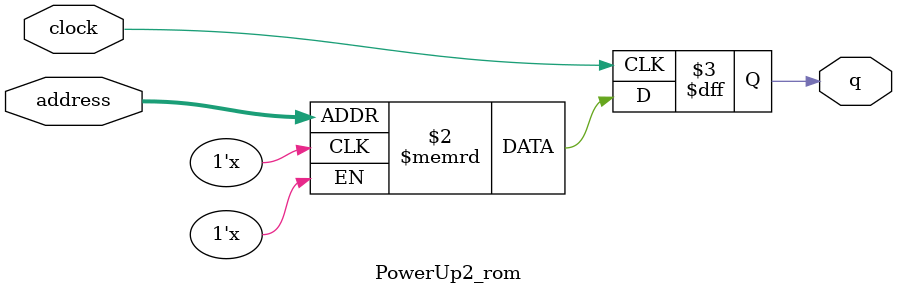
<source format=sv>
module Food_rom (
	input logic clock,
	input logic [7:0] address,
	output logic [0:0] q
);

logic [0:0] memory [0:255] /* synthesis ram_init_file = "./AFinalProjectFiles/Food.mif" */;

always_ff @ (posedge clock) begin
	q <= memory[address];
end

endmodule

module red_ghost_left_rom (
	input logic clock,
	input logic [7:0] address,
	output logic [1:0] q
);

logic [1:0] memory [0:255] /* synthesis ram_init_file = "./AFinalProjectFiles/red_ghost_left.mif" */;

always_ff @ (posedge clock) begin
	q <= memory[address];
end

endmodule


module orange_ghost_left_rom (
	input logic clock,
	input logic [7:0] address,
	output logic [1:0] q
);

logic [1:0] memory [0:255] /* synthesis ram_init_file = "./AFinalProjectFiles/orange_ghost_left.mif" */;

always_ff @ (posedge clock) begin
	q <= memory[address];
end

endmodule


module cherries_rom (
	input logic clock,
	input logic [7:0] address,
	output logic [1:0] q
);

logic [1:0] memory [0:255] /* synthesis ram_init_file = "./AFinalProjectFiles/cherries.mif" */;

always_ff @ (posedge clock) begin
	q <= memory[address];
end

endmodule

module pink_ghost_left_rom (
	input logic clock,
	input logic [7:0] address,
	output logic [1:0] q
);

logic [1:0] memory [0:255] /* synthesis ram_init_file = "./AFinalProjectFiles/pink_ghost_left.mif" */;

always_ff @ (posedge clock) begin
	q <= memory[address];
end

endmodule


module blue_ghost_left_rom (
	input logic clock,
	input logic [7:0] address,
	output logic [1:0] q
);

logic [1:0] memory [0:255] /* synthesis ram_init_file = "./AFinalProjectFiles/blue_ghost_left.mif" */;

always_ff @ (posedge clock) begin
	q <= memory[address];
end

endmodule


module PowerUp_rom (
	input logic clock,
	input logic [7:0] address,
	output logic [0:0] q
);

logic [0:0] memory [0:255] /* synthesis ram_init_file = "./AFinalProjectFiles/PowerUp.mif" */;

always_ff @ (posedge clock) begin
	q <= memory[address];
end

endmodule

module lives_rom (
	input logic clock,
	input logic [7:0] address,
	output logic [0:0] q
);

logic [0:0] memory [0:255] /* synthesis ram_init_file = "./AFinalProjectFiles/lives.mif" */;

always_ff @ (posedge clock) begin
	q <= memory[address];
end

endmodule




module pacman_up_3_rom (
	input logic clock,
	input logic [7:0] address,
	output logic [0:0] q
);

logic [0:0] memory [0:255] /* synthesis ram_init_file = "./AFinalProjectFiles/pacman_up_3.mif" */;

always_ff @ (posedge clock) begin
	q <= memory[address];
end

endmodule

module pacman_up_2_rom (
	input logic clock,
	input logic [7:0] address,
	output logic [0:0] q
);

logic [0:0] memory [0:255] /* synthesis ram_init_file = "./AFinalProjectFiles/pacman_up_2.mif" */;

always_ff @ (posedge clock) begin
	q <= memory[address];
end

endmodule

module pacman_up_1_rom (
	input logic clock,
	input logic [7:0] address,
	output logic [0:0] q
);

logic [0:0] memory [0:255] /* synthesis ram_init_file = "./AFinalProjectFiles/pacman_up_1.mif" */;

always_ff @ (posedge clock) begin
	q <= memory[address];
end

endmodule

module pacman_right_3_rom (
	input logic clock,
	input logic [7:0] address,
	output logic [0:0] q
);

logic [0:0] memory [0:255] /* synthesis ram_init_file = "./AFinalProjectFiles/pacman_right_3.mif" */;

always_ff @ (posedge clock) begin
	q <= memory[address];
end

endmodule

module pacman_right_2_rom (
	input logic clock,
	input logic [7:0] address,
	output logic [0:0] q
);

logic [0:0] memory [0:255] /* synthesis ram_init_file = "./AFinalProjectFiles/pacman_right_2.mif" */;

always_ff @ (posedge clock) begin
	q <= memory[address];
end

endmodule

module pacman_right_1_rom (
	input logic clock,
	input logic [7:0] address,
	output logic [0:0] q
);

logic [0:0] memory [0:255] /* synthesis ram_init_file = "./AFinalProjectFiles/pacman_right_1.mif" */;

always_ff @ (posedge clock) begin
	q <= memory[address];
end

endmodule

module pacman_left_3_rom (
	input logic clock,
	input logic [7:0] address,
	output logic [0:0] q
);

logic [0:0] memory [0:255] /* synthesis ram_init_file = "./AFinalProjectFiles/pacman_left_3.mif" */;

always_ff @ (posedge clock) begin
	q <= memory[address];
end

endmodule

module pacman_left_2_rom (
	input logic clock,
	input logic [7:0] address,
	output logic [0:0] q
);

logic [0:0] memory [0:255] /* synthesis ram_init_file = "./AFinalProjectFiles/pacman_left_2.mif" */;

always_ff @ (posedge clock) begin
	q <= memory[address];
end

endmodule

module pacman_left_1_rom (
	input logic clock,
	input logic [7:0] address,
	output logic [0:0] q
);

logic [0:0] memory [0:255] /* synthesis ram_init_file = "./AFinalProjectFiles/pacman_left_1.mif" */;

always_ff @ (posedge clock) begin
	q <= memory[address];
end

endmodule

module pacman_down_3_rom (
	input logic clock,
	input logic [7:0] address,
	output logic [0:0] q
);

logic [0:0] memory [0:255] /* synthesis ram_init_file = "./AFinalProjectFiles/pacman_down_3.mif" */;

always_ff @ (posedge clock) begin
	q <= memory[address];
end

endmodule

module pacman_down_2_rom (
	input logic clock,
	input logic [7:0] address,
	output logic [0:0] q
);

logic [0:0] memory [0:255] /* synthesis ram_init_file = "./AFinalProjectFiles/pacman_down_2.mif" */;

always_ff @ (posedge clock) begin
	q <= memory[address];
end

endmodule

module pacman_down_1_rom (
	input logic clock,
	input logic [7:0] address,
	output logic [0:0] q
);

logic [0:0] memory [0:255] /* synthesis ram_init_file = "./AFinalProjectFiles/pacman_down_1.mif" */;

always_ff @ (posedge clock) begin
	q <= memory[address];
end

endmodule

module game_over_rom (
	input logic clock,
	input logic [14:0] address,
	output logic [0:0] q
);

logic [0:0] memory [0:19199] /* synthesis ram_init_file = "./AFinalProjectFiles/game_over.mif" */;

always_ff @ (posedge clock) begin
	q <= memory[address];
end

endmodule


module WinScreen_rom (
	input logic clock,
	input logic [14:0] address,
	output logic [1:0] q
);

logic [1:0] memory [0:19199] /* synthesis ram_init_file = "./AFinalProjectFiles/WinScreen.mif" */;

always_ff @ (posedge clock) begin
	q <= memory[address];
end

endmodule

module StartScreen_rom (
	input logic clock,
	input logic [16:0] address,
	output logic [3:0] q
);

logic [3:0] memory [0:76799] /* synthesis ram_init_file = "./AFinalProjectFiles/StartScreen.mif" */;

always_ff @ (posedge clock) begin
	q <= memory[address];
end

endmodule

module green_ghost_left_rom (
	input logic clock,
	input logic [7:0] address,
	output logic [1:0] q
);

logic [1:0] memory [0:255] /* synthesis ram_init_file = "./AFinalProjectFiles/green_ghost_left.mif" */;

always_ff @ (posedge clock) begin
	q <= memory[address];
end

endmodule

module freeze_pacman_rom (
	input logic clock,
	input logic [7:0] address,
	output logic [1:0] q
);

logic [1:0] memory [0:255] /* synthesis ram_init_file = "./AFinalProjectFiles/freeze_pacman.mif" */;

always_ff @ (posedge clock) begin
	q <= memory[address];
end

endmodule

module frighten_state_rom (
	input logic clock,
	input logic [7:0] address,
	output logic [1:0] q
);

logic [1:0] memory [0:255] /* synthesis ram_init_file = "./AFinalProjectFiles/frighten_state.mif" */;

always_ff @ (posedge clock) begin
	q <= memory[address];
end

endmodule

module PowerUp2_rom (
	input logic clock,
	input logic [7:0] address,
	output logic [0:0] q
);

logic [0:0] memory [0:255] /* synthesis ram_init_file = "./AFinalProjectFiles/PowerUp2.mif" */;

always_ff @ (posedge clock) begin
	q <= memory[address];
end

endmodule



</source>
